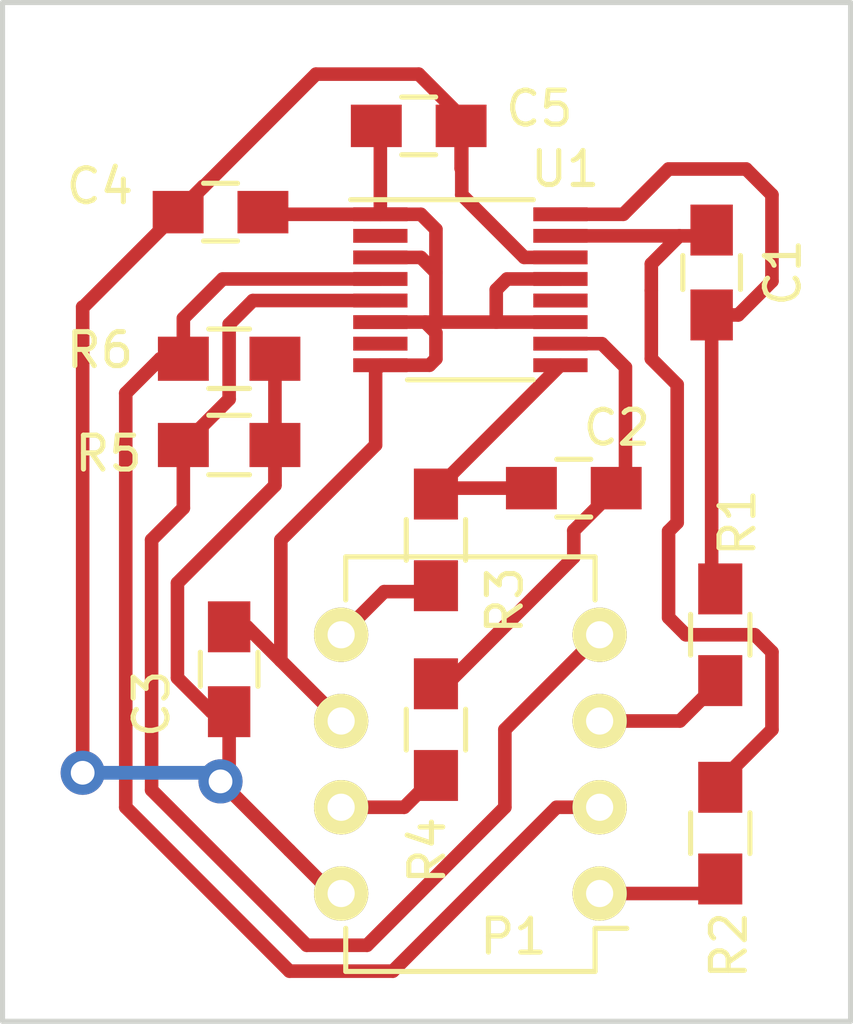
<source format=kicad_pcb>
(kicad_pcb (version 4) (host pcbnew 4.0.2+e4-6225~38~ubuntu16.04.1-stable)

  (general
    (links 31)
    (no_connects 0)
    (area 99.924999 99.924999 125.075001 130.933)
    (thickness 1.6)
    (drawings 4)
    (tracks 137)
    (zones 0)
    (modules 13)
    (nets 16)
  )

  (page A4)
  (layers
    (0 F.Cu signal)
    (31 B.Cu signal)
    (32 B.Adhes user)
    (33 F.Adhes user)
    (34 B.Paste user)
    (35 F.Paste user)
    (36 B.SilkS user)
    (37 F.SilkS user)
    (38 B.Mask user)
    (39 F.Mask user)
    (40 Dwgs.User user)
    (41 Cmts.User user)
    (42 Eco1.User user)
    (43 Eco2.User user)
    (44 Edge.Cuts user)
    (45 Margin user)
    (46 B.CrtYd user)
    (47 F.CrtYd user)
    (48 B.Fab user)
    (49 F.Fab user)
  )

  (setup
    (last_trace_width 0.4)
    (trace_clearance 0.2)
    (zone_clearance 0.508)
    (zone_45_only no)
    (trace_min 0.2)
    (segment_width 0.2)
    (edge_width 0.15)
    (via_size 1.3)
    (via_drill 0.7)
    (via_min_size 0.4)
    (via_min_drill 0.3)
    (uvia_size 0.3)
    (uvia_drill 0.1)
    (uvias_allowed no)
    (uvia_min_size 0.2)
    (uvia_min_drill 0.1)
    (pcb_text_width 0.3)
    (pcb_text_size 1.5 1.5)
    (mod_edge_width 0.15)
    (mod_text_size 1 1)
    (mod_text_width 0.15)
    (pad_size 1.524 1.524)
    (pad_drill 0.762)
    (pad_to_mask_clearance 0.2)
    (aux_axis_origin 0 0)
    (visible_elements FFFFFF7F)
    (pcbplotparams
      (layerselection 0x010f0_80000001)
      (usegerberextensions false)
      (excludeedgelayer true)
      (linewidth 0.100000)
      (plotframeref false)
      (viasonmask false)
      (mode 1)
      (useauxorigin false)
      (hpglpennumber 1)
      (hpglpenspeed 20)
      (hpglpendiameter 15)
      (hpglpenoverlay 2)
      (psnegative false)
      (psa4output false)
      (plotreference true)
      (plotvalue true)
      (plotinvisibletext false)
      (padsonsilk false)
      (subtractmaskfromsilk false)
      (outputformat 1)
      (mirror false)
      (drillshape 0)
      (scaleselection 1)
      (outputdirectory gerber/))
  )

  (net 0 "")
  (net 1 /in1-)
  (net 2 /in1+)
  (net 3 /in2-)
  (net 4 /in2+)
  (net 5 /+5v)
  (net 6 /gnd)
  (net 7 /vr1-)
  (net 8 /out1)
  (net 9 /vr1+)
  (net 10 /out2)
  (net 11 /vr2+)
  (net 12 /vr2-)
  (net 13 "Net-(U1-Pad2)")
  (net 14 "Net-(U1-Pad7)")
  (net 15 "Net-(U1-Pad12)")

  (net_class Default "This is the default net class."
    (clearance 0.2)
    (trace_width 0.4)
    (via_dia 1.3)
    (via_drill 0.7)
    (uvia_dia 0.3)
    (uvia_drill 0.1)
    (add_net /+5v)
    (add_net /gnd)
    (add_net /in1+)
    (add_net /in1-)
    (add_net /in2+)
    (add_net /in2-)
    (add_net /out1)
    (add_net /out2)
    (add_net /vr1+)
    (add_net /vr1-)
    (add_net /vr2+)
    (add_net /vr2-)
    (add_net "Net-(U1-Pad12)")
    (add_net "Net-(U1-Pad2)")
    (add_net "Net-(U1-Pad7)")
  )

  (module Housings_DIP:DIP-8_W7.62mm (layer F.Cu) (tedit 56925C95) (tstamp 569244F6)
    (at 117.602 126.238 180)
    (descr "8-lead dip package, row spacing 7.62 mm (300 mils)")
    (tags "dil dip 2.54 300")
    (path /56923C99)
    (fp_text reference P1 (at 2.54 -1.27 180) (layer F.SilkS)
      (effects (font (size 1 1) (thickness 0.15)))
    )
    (fp_text value dil8 (at 0 -3.72 180) (layer F.Fab) hide
      (effects (font (size 1 1) (thickness 0.15)))
    )
    (fp_line (start -1.05 -2.45) (end -1.05 10.1) (layer F.CrtYd) (width 0.05))
    (fp_line (start 8.65 -2.45) (end 8.65 10.1) (layer F.CrtYd) (width 0.05))
    (fp_line (start -1.05 -2.45) (end 8.65 -2.45) (layer F.CrtYd) (width 0.05))
    (fp_line (start -1.05 10.1) (end 8.65 10.1) (layer F.CrtYd) (width 0.05))
    (fp_line (start 0.135 -2.295) (end 0.135 -1.025) (layer F.SilkS) (width 0.15))
    (fp_line (start 7.485 -2.295) (end 7.485 -1.025) (layer F.SilkS) (width 0.15))
    (fp_line (start 7.485 9.915) (end 7.485 8.645) (layer F.SilkS) (width 0.15))
    (fp_line (start 0.135 9.915) (end 0.135 8.645) (layer F.SilkS) (width 0.15))
    (fp_line (start 0.135 -2.295) (end 7.485 -2.295) (layer F.SilkS) (width 0.15))
    (fp_line (start 0.135 9.915) (end 7.485 9.915) (layer F.SilkS) (width 0.15))
    (fp_line (start 0.135 -1.025) (end -0.8 -1.025) (layer F.SilkS) (width 0.15))
    (pad 1 thru_hole oval (at 0 0 180) (size 1.6 1.6) (drill 0.8) (layers *.Cu *.Mask F.SilkS)
      (net 7 /vr1-))
    (pad 2 thru_hole oval (at 0 2.54 180) (size 1.6 1.6) (drill 0.8) (layers *.Cu *.Mask F.SilkS)
      (net 8 /out1))
    (pad 3 thru_hole oval (at 0 5.08 180) (size 1.6 1.6) (drill 0.8) (layers *.Cu *.Mask F.SilkS)
      (net 9 /vr1+))
    (pad 4 thru_hole oval (at 0 7.62 180) (size 1.6 1.6) (drill 0.8) (layers *.Cu *.Mask F.SilkS)
      (net 10 /out2))
    (pad 5 thru_hole oval (at 7.62 7.62 180) (size 1.6 1.6) (drill 0.8) (layers *.Cu *.Mask F.SilkS)
      (net 11 /vr2+))
    (pad 6 thru_hole oval (at 7.62 5.08 180) (size 1.6 1.6) (drill 0.8) (layers *.Cu *.Mask F.SilkS)
      (net 6 /gnd))
    (pad 7 thru_hole oval (at 7.62 2.54 180) (size 1.6 1.6) (drill 0.8) (layers *.Cu *.Mask F.SilkS)
      (net 12 /vr2-))
    (pad 8 thru_hole oval (at 7.62 0 180) (size 1.6 1.6) (drill 0.8) (layers *.Cu *.Mask F.SilkS)
      (net 5 /+5v))
    (model Housings_DIP.3dshapes/DIP-8_W7.62mm.wrl
      (at (xyz 0 0 0))
      (scale (xyz 1 1 1))
      (rotate (xyz 0 0 0))
    )
  )

  (module Capacitors_SMD:C_0805_HandSoldering (layer F.Cu) (tedit 541A9B8D) (tstamp 569244AF)
    (at 120.904 107.95 270)
    (descr "Capacitor SMD 0805, hand soldering")
    (tags "capacitor 0805")
    (path /569244D3)
    (attr smd)
    (fp_text reference C1 (at 0 -2.1 270) (layer F.SilkS)
      (effects (font (size 1 1) (thickness 0.15)))
    )
    (fp_text value 1n (at 0 2.1 270) (layer F.Fab)
      (effects (font (size 1 1) (thickness 0.15)))
    )
    (fp_line (start -2.3 -1) (end 2.3 -1) (layer F.CrtYd) (width 0.05))
    (fp_line (start -2.3 1) (end 2.3 1) (layer F.CrtYd) (width 0.05))
    (fp_line (start -2.3 -1) (end -2.3 1) (layer F.CrtYd) (width 0.05))
    (fp_line (start 2.3 -1) (end 2.3 1) (layer F.CrtYd) (width 0.05))
    (fp_line (start 0.5 -0.85) (end -0.5 -0.85) (layer F.SilkS) (width 0.15))
    (fp_line (start -0.5 0.85) (end 0.5 0.85) (layer F.SilkS) (width 0.15))
    (pad 1 smd rect (at -1.25 0 270) (size 1.5 1.25) (layers F.Cu F.Paste F.Mask)
      (net 1 /in1-))
    (pad 2 smd rect (at 1.25 0 270) (size 1.5 1.25) (layers F.Cu F.Paste F.Mask)
      (net 2 /in1+))
    (model Capacitors_SMD.3dshapes/C_0805_HandSoldering.wrl
      (at (xyz 0 0 0))
      (scale (xyz 1 1 1))
      (rotate (xyz 0 0 0))
    )
  )

  (module Capacitors_SMD:C_0805_HandSoldering (layer F.Cu) (tedit 56925D47) (tstamp 569244BB)
    (at 116.84 114.3 180)
    (descr "Capacitor SMD 0805, hand soldering")
    (tags "capacitor 0805")
    (path /56924416)
    (attr smd)
    (fp_text reference C2 (at -1.27 1.778 180) (layer F.SilkS)
      (effects (font (size 1 1) (thickness 0.15)))
    )
    (fp_text value 1n (at -3.302 0.762 180) (layer F.Fab)
      (effects (font (size 1 1) (thickness 0.15)))
    )
    (fp_line (start -2.3 -1) (end 2.3 -1) (layer F.CrtYd) (width 0.05))
    (fp_line (start -2.3 1) (end 2.3 1) (layer F.CrtYd) (width 0.05))
    (fp_line (start -2.3 -1) (end -2.3 1) (layer F.CrtYd) (width 0.05))
    (fp_line (start 2.3 -1) (end 2.3 1) (layer F.CrtYd) (width 0.05))
    (fp_line (start 0.5 -0.85) (end -0.5 -0.85) (layer F.SilkS) (width 0.15))
    (fp_line (start -0.5 0.85) (end 0.5 0.85) (layer F.SilkS) (width 0.15))
    (pad 1 smd rect (at -1.25 0 180) (size 1.5 1.25) (layers F.Cu F.Paste F.Mask)
      (net 3 /in2-))
    (pad 2 smd rect (at 1.25 0 180) (size 1.5 1.25) (layers F.Cu F.Paste F.Mask)
      (net 4 /in2+))
    (model Capacitors_SMD.3dshapes/C_0805_HandSoldering.wrl
      (at (xyz 0 0 0))
      (scale (xyz 1 1 1))
      (rotate (xyz 0 0 0))
    )
  )

  (module Capacitors_SMD:C_0805_HandSoldering (layer F.Cu) (tedit 56925D2E) (tstamp 569244C7)
    (at 106.68 119.634 90)
    (descr "Capacitor SMD 0805, hand soldering")
    (tags "capacitor 0805")
    (path /56923E34)
    (attr smd)
    (fp_text reference C3 (at -1.016 -2.286 90) (layer F.SilkS)
      (effects (font (size 1 1) (thickness 0.15)))
    )
    (fp_text value 1u (at 1.778 -1.778 90) (layer F.Fab)
      (effects (font (size 1 1) (thickness 0.15)))
    )
    (fp_line (start -2.3 -1) (end 2.3 -1) (layer F.CrtYd) (width 0.05))
    (fp_line (start -2.3 1) (end 2.3 1) (layer F.CrtYd) (width 0.05))
    (fp_line (start -2.3 -1) (end -2.3 1) (layer F.CrtYd) (width 0.05))
    (fp_line (start 2.3 -1) (end 2.3 1) (layer F.CrtYd) (width 0.05))
    (fp_line (start 0.5 -0.85) (end -0.5 -0.85) (layer F.SilkS) (width 0.15))
    (fp_line (start -0.5 0.85) (end 0.5 0.85) (layer F.SilkS) (width 0.15))
    (pad 1 smd rect (at -1.25 0 90) (size 1.5 1.25) (layers F.Cu F.Paste F.Mask)
      (net 5 /+5v))
    (pad 2 smd rect (at 1.25 0 90) (size 1.5 1.25) (layers F.Cu F.Paste F.Mask)
      (net 6 /gnd))
    (model Capacitors_SMD.3dshapes/C_0805_HandSoldering.wrl
      (at (xyz 0 0 0))
      (scale (xyz 1 1 1))
      (rotate (xyz 0 0 0))
    )
  )

  (module Capacitors_SMD:C_0805_HandSoldering (layer F.Cu) (tedit 56925D04) (tstamp 569244D3)
    (at 106.426 106.172)
    (descr "Capacitor SMD 0805, hand soldering")
    (tags "capacitor 0805")
    (path /56923E71)
    (attr smd)
    (fp_text reference C4 (at -3.556 -0.762) (layer F.SilkS)
      (effects (font (size 1 1) (thickness 0.15)))
    )
    (fp_text value 0.1u (at 0.508 -1.778) (layer F.Fab)
      (effects (font (size 1 1) (thickness 0.15)))
    )
    (fp_line (start -2.3 -1) (end 2.3 -1) (layer F.CrtYd) (width 0.05))
    (fp_line (start -2.3 1) (end 2.3 1) (layer F.CrtYd) (width 0.05))
    (fp_line (start -2.3 -1) (end -2.3 1) (layer F.CrtYd) (width 0.05))
    (fp_line (start 2.3 -1) (end 2.3 1) (layer F.CrtYd) (width 0.05))
    (fp_line (start 0.5 -0.85) (end -0.5 -0.85) (layer F.SilkS) (width 0.15))
    (fp_line (start -0.5 0.85) (end 0.5 0.85) (layer F.SilkS) (width 0.15))
    (pad 1 smd rect (at -1.25 0) (size 1.5 1.25) (layers F.Cu F.Paste F.Mask)
      (net 5 /+5v))
    (pad 2 smd rect (at 1.25 0) (size 1.5 1.25) (layers F.Cu F.Paste F.Mask)
      (net 6 /gnd))
    (model Capacitors_SMD.3dshapes/C_0805_HandSoldering.wrl
      (at (xyz 0 0 0))
      (scale (xyz 1 1 1))
      (rotate (xyz 0 0 0))
    )
  )

  (module Capacitors_SMD:C_0805_HandSoldering (layer F.Cu) (tedit 56925CF1) (tstamp 569244DF)
    (at 112.268 103.632 180)
    (descr "Capacitor SMD 0805, hand soldering")
    (tags "capacitor 0805")
    (path /56923EA4)
    (attr smd)
    (fp_text reference C5 (at -3.556 0.508 180) (layer F.SilkS)
      (effects (font (size 1 1) (thickness 0.15)))
    )
    (fp_text value 10n (at 0 2.1 180) (layer F.Fab)
      (effects (font (size 1 1) (thickness 0.15)))
    )
    (fp_line (start -2.3 -1) (end 2.3 -1) (layer F.CrtYd) (width 0.05))
    (fp_line (start -2.3 1) (end 2.3 1) (layer F.CrtYd) (width 0.05))
    (fp_line (start -2.3 -1) (end -2.3 1) (layer F.CrtYd) (width 0.05))
    (fp_line (start 2.3 -1) (end 2.3 1) (layer F.CrtYd) (width 0.05))
    (fp_line (start 0.5 -0.85) (end -0.5 -0.85) (layer F.SilkS) (width 0.15))
    (fp_line (start -0.5 0.85) (end 0.5 0.85) (layer F.SilkS) (width 0.15))
    (pad 1 smd rect (at -1.25 0 180) (size 1.5 1.25) (layers F.Cu F.Paste F.Mask)
      (net 5 /+5v))
    (pad 2 smd rect (at 1.25 0 180) (size 1.5 1.25) (layers F.Cu F.Paste F.Mask)
      (net 6 /gnd))
    (model Capacitors_SMD.3dshapes/C_0805_HandSoldering.wrl
      (at (xyz 0 0 0))
      (scale (xyz 1 1 1))
      (rotate (xyz 0 0 0))
    )
  )

  (module Resistors_SMD:R_0805_HandSoldering (layer F.Cu) (tedit 56925CDD) (tstamp 56924502)
    (at 121.158 118.618 90)
    (descr "Resistor SMD 0805, hand soldering")
    (tags "resistor 0805")
    (path /5692426E)
    (attr smd)
    (fp_text reference R1 (at 3.302 0.508 90) (layer F.SilkS)
      (effects (font (size 1 1) (thickness 0.15)))
    )
    (fp_text value 10k (at 0 2.1 90) (layer F.Fab)
      (effects (font (size 1 1) (thickness 0.15)))
    )
    (fp_line (start -2.4 -1) (end 2.4 -1) (layer F.CrtYd) (width 0.05))
    (fp_line (start -2.4 1) (end 2.4 1) (layer F.CrtYd) (width 0.05))
    (fp_line (start -2.4 -1) (end -2.4 1) (layer F.CrtYd) (width 0.05))
    (fp_line (start 2.4 -1) (end 2.4 1) (layer F.CrtYd) (width 0.05))
    (fp_line (start 0.6 0.875) (end -0.6 0.875) (layer F.SilkS) (width 0.15))
    (fp_line (start -0.6 -0.875) (end 0.6 -0.875) (layer F.SilkS) (width 0.15))
    (pad 1 smd rect (at -1.35 0 90) (size 1.5 1.3) (layers F.Cu F.Paste F.Mask)
      (net 9 /vr1+))
    (pad 2 smd rect (at 1.35 0 90) (size 1.5 1.3) (layers F.Cu F.Paste F.Mask)
      (net 2 /in1+))
    (model Resistors_SMD.3dshapes/R_0805_HandSoldering.wrl
      (at (xyz 0 0 0))
      (scale (xyz 1 1 1))
      (rotate (xyz 0 0 0))
    )
  )

  (module Resistors_SMD:R_0805_HandSoldering (layer F.Cu) (tedit 56925CE0) (tstamp 5692450E)
    (at 121.158 124.46 90)
    (descr "Resistor SMD 0805, hand soldering")
    (tags "resistor 0805")
    (path /56924341)
    (attr smd)
    (fp_text reference R2 (at -3.302 0.254 90) (layer F.SilkS)
      (effects (font (size 1 1) (thickness 0.15)))
    )
    (fp_text value 10k (at 0 2.1 90) (layer F.Fab)
      (effects (font (size 1 1) (thickness 0.15)))
    )
    (fp_line (start -2.4 -1) (end 2.4 -1) (layer F.CrtYd) (width 0.05))
    (fp_line (start -2.4 1) (end 2.4 1) (layer F.CrtYd) (width 0.05))
    (fp_line (start -2.4 -1) (end -2.4 1) (layer F.CrtYd) (width 0.05))
    (fp_line (start 2.4 -1) (end 2.4 1) (layer F.CrtYd) (width 0.05))
    (fp_line (start 0.6 0.875) (end -0.6 0.875) (layer F.SilkS) (width 0.15))
    (fp_line (start -0.6 -0.875) (end 0.6 -0.875) (layer F.SilkS) (width 0.15))
    (pad 1 smd rect (at -1.35 0 90) (size 1.5 1.3) (layers F.Cu F.Paste F.Mask)
      (net 7 /vr1-))
    (pad 2 smd rect (at 1.35 0 90) (size 1.5 1.3) (layers F.Cu F.Paste F.Mask)
      (net 1 /in1-))
    (model Resistors_SMD.3dshapes/R_0805_HandSoldering.wrl
      (at (xyz 0 0 0))
      (scale (xyz 1 1 1))
      (rotate (xyz 0 0 0))
    )
  )

  (module Resistors_SMD:R_0805_HandSoldering (layer F.Cu) (tedit 56925D61) (tstamp 5692451A)
    (at 112.776 115.824 90)
    (descr "Resistor SMD 0805, hand soldering")
    (tags "resistor 0805")
    (path /569243AE)
    (attr smd)
    (fp_text reference R3 (at -1.778 2.032 90) (layer F.SilkS)
      (effects (font (size 1 1) (thickness 0.15)))
    )
    (fp_text value 10k (at 1.524 -1.778 90) (layer F.Fab)
      (effects (font (size 1 1) (thickness 0.15)))
    )
    (fp_line (start -2.4 -1) (end 2.4 -1) (layer F.CrtYd) (width 0.05))
    (fp_line (start -2.4 1) (end 2.4 1) (layer F.CrtYd) (width 0.05))
    (fp_line (start -2.4 -1) (end -2.4 1) (layer F.CrtYd) (width 0.05))
    (fp_line (start 2.4 -1) (end 2.4 1) (layer F.CrtYd) (width 0.05))
    (fp_line (start 0.6 0.875) (end -0.6 0.875) (layer F.SilkS) (width 0.15))
    (fp_line (start -0.6 -0.875) (end 0.6 -0.875) (layer F.SilkS) (width 0.15))
    (pad 1 smd rect (at -1.35 0 90) (size 1.5 1.3) (layers F.Cu F.Paste F.Mask)
      (net 11 /vr2+))
    (pad 2 smd rect (at 1.35 0 90) (size 1.5 1.3) (layers F.Cu F.Paste F.Mask)
      (net 4 /in2+))
    (model Resistors_SMD.3dshapes/R_0805_HandSoldering.wrl
      (at (xyz 0 0 0))
      (scale (xyz 1 1 1))
      (rotate (xyz 0 0 0))
    )
  )

  (module Resistors_SMD:R_0805_HandSoldering (layer F.Cu) (tedit 56925CC9) (tstamp 56924526)
    (at 112.776 121.412 90)
    (descr "Resistor SMD 0805, hand soldering")
    (tags "resistor 0805")
    (path /569243DF)
    (attr smd)
    (fp_text reference R4 (at -3.556 -0.254 90) (layer F.SilkS)
      (effects (font (size 1 1) (thickness 0.15)))
    )
    (fp_text value 10k (at 0 2.1 90) (layer F.Fab)
      (effects (font (size 1 1) (thickness 0.15)))
    )
    (fp_line (start -2.4 -1) (end 2.4 -1) (layer F.CrtYd) (width 0.05))
    (fp_line (start -2.4 1) (end 2.4 1) (layer F.CrtYd) (width 0.05))
    (fp_line (start -2.4 -1) (end -2.4 1) (layer F.CrtYd) (width 0.05))
    (fp_line (start 2.4 -1) (end 2.4 1) (layer F.CrtYd) (width 0.05))
    (fp_line (start 0.6 0.875) (end -0.6 0.875) (layer F.SilkS) (width 0.15))
    (fp_line (start -0.6 -0.875) (end 0.6 -0.875) (layer F.SilkS) (width 0.15))
    (pad 1 smd rect (at -1.35 0 90) (size 1.5 1.3) (layers F.Cu F.Paste F.Mask)
      (net 12 /vr2-))
    (pad 2 smd rect (at 1.35 0 90) (size 1.5 1.3) (layers F.Cu F.Paste F.Mask)
      (net 3 /in2-))
    (model Resistors_SMD.3dshapes/R_0805_HandSoldering.wrl
      (at (xyz 0 0 0))
      (scale (xyz 1 1 1))
      (rotate (xyz 0 0 0))
    )
  )

  (module Resistors_SMD:R_0805_HandSoldering (layer F.Cu) (tedit 56925D20) (tstamp 56924532)
    (at 106.68 113.03 180)
    (descr "Resistor SMD 0805, hand soldering")
    (tags "resistor 0805")
    (path /56923D7B)
    (attr smd)
    (fp_text reference R5 (at 3.556 -0.254 180) (layer F.SilkS)
      (effects (font (size 1 1) (thickness 0.15)))
    )
    (fp_text value 10k (at 0 -1.778 180) (layer F.Fab)
      (effects (font (size 1 1) (thickness 0.15)))
    )
    (fp_line (start -2.4 -1) (end 2.4 -1) (layer F.CrtYd) (width 0.05))
    (fp_line (start -2.4 1) (end 2.4 1) (layer F.CrtYd) (width 0.05))
    (fp_line (start -2.4 -1) (end -2.4 1) (layer F.CrtYd) (width 0.05))
    (fp_line (start 2.4 -1) (end 2.4 1) (layer F.CrtYd) (width 0.05))
    (fp_line (start 0.6 0.875) (end -0.6 0.875) (layer F.SilkS) (width 0.15))
    (fp_line (start -0.6 -0.875) (end 0.6 -0.875) (layer F.SilkS) (width 0.15))
    (pad 1 smd rect (at -1.35 0 180) (size 1.5 1.3) (layers F.Cu F.Paste F.Mask)
      (net 5 /+5v))
    (pad 2 smd rect (at 1.35 0 180) (size 1.5 1.3) (layers F.Cu F.Paste F.Mask)
      (net 10 /out2))
    (model Resistors_SMD.3dshapes/R_0805_HandSoldering.wrl
      (at (xyz 0 0 0))
      (scale (xyz 1 1 1))
      (rotate (xyz 0 0 0))
    )
  )

  (module Resistors_SMD:R_0805_HandSoldering (layer F.Cu) (tedit 56925D10) (tstamp 5692453E)
    (at 106.68 110.49 180)
    (descr "Resistor SMD 0805, hand soldering")
    (tags "resistor 0805")
    (path /56923D44)
    (attr smd)
    (fp_text reference R6 (at 3.81 0.254 180) (layer F.SilkS)
      (effects (font (size 1 1) (thickness 0.15)))
    )
    (fp_text value 10k (at 0 2.1 180) (layer F.Fab)
      (effects (font (size 1 1) (thickness 0.15)))
    )
    (fp_line (start -2.4 -1) (end 2.4 -1) (layer F.CrtYd) (width 0.05))
    (fp_line (start -2.4 1) (end 2.4 1) (layer F.CrtYd) (width 0.05))
    (fp_line (start -2.4 -1) (end -2.4 1) (layer F.CrtYd) (width 0.05))
    (fp_line (start 2.4 -1) (end 2.4 1) (layer F.CrtYd) (width 0.05))
    (fp_line (start 0.6 0.875) (end -0.6 0.875) (layer F.SilkS) (width 0.15))
    (fp_line (start -0.6 -0.875) (end 0.6 -0.875) (layer F.SilkS) (width 0.15))
    (pad 1 smd rect (at -1.35 0 180) (size 1.5 1.3) (layers F.Cu F.Paste F.Mask)
      (net 5 /+5v))
    (pad 2 smd rect (at 1.35 0 180) (size 1.5 1.3) (layers F.Cu F.Paste F.Mask)
      (net 8 /out1))
    (model Resistors_SMD.3dshapes/R_0805_HandSoldering.wrl
      (at (xyz 0 0 0))
      (scale (xyz 1 1 1))
      (rotate (xyz 0 0 0))
    )
  )

  (module Housings_SSOP:QSOP-16_3.9x4.9mm_Pitch0.635mm (layer F.Cu) (tedit 56925CF4) (tstamp 56924558)
    (at 113.792 108.458)
    (descr "16-Lead Plastic Shrink Small Outline Narrow Body (QR)-.150\" Body [QSOP] (see Microchip Packaging Specification 00000049BS.pdf)")
    (tags "SSOP 0.635")
    (path /56923B6E)
    (attr smd)
    (fp_text reference U1 (at 2.794 -3.556) (layer F.SilkS)
      (effects (font (size 1 1) (thickness 0.15)))
    )
    (fp_text value MAX9926 (at 0 3.5) (layer F.Fab)
      (effects (font (size 1 1) (thickness 0.15)))
    )
    (fp_line (start -3.7 -2.75) (end -3.7 2.75) (layer F.CrtYd) (width 0.05))
    (fp_line (start 3.7 -2.75) (end 3.7 2.75) (layer F.CrtYd) (width 0.05))
    (fp_line (start -3.7 -2.75) (end 3.7 -2.75) (layer F.CrtYd) (width 0.05))
    (fp_line (start -3.7 2.75) (end 3.7 2.75) (layer F.CrtYd) (width 0.05))
    (fp_line (start -1.8543 2.6525) (end 1.8543 2.6525) (layer F.SilkS) (width 0.15))
    (fp_line (start -3.5293 -2.6525) (end 1.8543 -2.6525) (layer F.SilkS) (width 0.15))
    (pad 1 smd rect (at -2.6543 -2.2225) (size 1.6 0.41) (layers F.Cu F.Paste F.Mask)
      (net 6 /gnd))
    (pad 2 smd rect (at -2.6543 -1.5875) (size 1.6 0.41) (layers F.Cu F.Paste F.Mask)
      (net 13 "Net-(U1-Pad2)"))
    (pad 3 smd rect (at -2.6543 -0.9525) (size 1.6 0.41) (layers F.Cu F.Paste F.Mask)
      (net 6 /gnd))
    (pad 4 smd rect (at -2.6543 -0.3175) (size 1.6 0.41) (layers F.Cu F.Paste F.Mask)
      (net 8 /out1))
    (pad 5 smd rect (at -2.6543 0.3175) (size 1.6 0.41) (layers F.Cu F.Paste F.Mask)
      (net 10 /out2))
    (pad 6 smd rect (at -2.6543 0.9525) (size 1.6 0.41) (layers F.Cu F.Paste F.Mask)
      (net 6 /gnd))
    (pad 7 smd rect (at -2.6543 1.5875) (size 1.6 0.41) (layers F.Cu F.Paste F.Mask)
      (net 14 "Net-(U1-Pad7)"))
    (pad 8 smd rect (at -2.6543 2.2225) (size 1.6 0.41) (layers F.Cu F.Paste F.Mask)
      (net 6 /gnd))
    (pad 9 smd rect (at 2.6543 2.2225) (size 1.6 0.41) (layers F.Cu F.Paste F.Mask)
      (net 4 /in2+))
    (pad 10 smd rect (at 2.6543 1.5875) (size 1.6 0.41) (layers F.Cu F.Paste F.Mask)
      (net 3 /in2-))
    (pad 11 smd rect (at 2.6543 0.9525) (size 1.6 0.41) (layers F.Cu F.Paste F.Mask)
      (net 6 /gnd))
    (pad 12 smd rect (at 2.6543 0.3175) (size 1.6 0.41) (layers F.Cu F.Paste F.Mask)
      (net 15 "Net-(U1-Pad12)"))
    (pad 13 smd rect (at 2.6543 -0.3175) (size 1.6 0.41) (layers F.Cu F.Paste F.Mask)
      (net 6 /gnd))
    (pad 14 smd rect (at 2.6543 -0.9525) (size 1.6 0.41) (layers F.Cu F.Paste F.Mask)
      (net 5 /+5v))
    (pad 15 smd rect (at 2.6543 -1.5875) (size 1.6 0.41) (layers F.Cu F.Paste F.Mask)
      (net 1 /in1-))
    (pad 16 smd rect (at 2.6543 -2.2225) (size 1.6 0.41) (layers F.Cu F.Paste F.Mask)
      (net 2 /in1+))
    (model Housings_SSOP.3dshapes/QSOP-16_3.9x4.9mm_Pitch0.635mm.wrl
      (at (xyz 0 0 0))
      (scale (xyz 1 1 1))
      (rotate (xyz 0 0 0))
    )
  )

  (gr_line (start 125 130) (end 125 100) (angle 90) (layer Edge.Cuts) (width 0.15))
  (gr_line (start 100 130) (end 125 130) (angle 90) (layer Edge.Cuts) (width 0.15))
  (gr_line (start 100 100) (end 100 130) (angle 90) (layer Edge.Cuts) (width 0.15))
  (gr_line (start 100 100) (end 125 100) (angle 90) (layer Edge.Cuts) (width 0.15))

  (segment (start 119.126 108.478) (end 119.126 107.696) (width 0.4) (layer F.Cu) (net 1))
  (segment (start 119.126 107.696) (end 119.9515 106.8705) (width 0.4) (layer F.Cu) (net 1) (tstamp 56925DC8))
  (segment (start 121.158 123.11) (end 121.158 122.936) (width 0.4) (layer F.Cu) (net 1))
  (segment (start 121.158 122.936) (end 122.682 121.412) (width 0.4) (layer F.Cu) (net 1) (tstamp 569250E7))
  (segment (start 122.682 121.412) (end 122.682 119.126) (width 0.4) (layer F.Cu) (net 1) (tstamp 569250E9))
  (segment (start 122.682 119.126) (end 122.174 118.618) (width 0.4) (layer F.Cu) (net 1) (tstamp 569250EA))
  (segment (start 122.174 118.618) (end 120.142 118.618) (width 0.4) (layer F.Cu) (net 1) (tstamp 569250EC))
  (segment (start 120.142 118.618) (end 119.634 118.11) (width 0.4) (layer F.Cu) (net 1) (tstamp 569250F0))
  (segment (start 119.634 118.11) (end 119.634 115.57) (width 0.4) (layer F.Cu) (net 1) (tstamp 569250F2))
  (segment (start 119.634 115.57) (end 119.888 115.316) (width 0.4) (layer F.Cu) (net 1) (tstamp 569250F7))
  (segment (start 119.888 115.316) (end 119.888 111.252) (width 0.4) (layer F.Cu) (net 1) (tstamp 569250FC))
  (segment (start 119.888 111.252) (end 119.126 110.49) (width 0.4) (layer F.Cu) (net 1) (tstamp 569250FD))
  (segment (start 119.126 110.49) (end 119.126 108.478) (width 0.4) (layer F.Cu) (net 1) (tstamp 569250FF))
  (segment (start 116.4463 106.8705) (end 119.9515 106.8705) (width 0.4) (layer F.Cu) (net 1))
  (segment (start 119.9515 106.8705) (end 120.7335 106.8705) (width 0.4) (layer F.Cu) (net 1) (tstamp 56925DCF))
  (segment (start 120.7335 106.8705) (end 120.904 106.7) (width 0.4) (layer F.Cu) (net 1) (tstamp 56925059))
  (segment (start 120.904 109.2) (end 120.904 117.014) (width 0.4) (layer F.Cu) (net 2))
  (segment (start 120.904 117.014) (end 121.158 117.268) (width 0.4) (layer F.Cu) (net 2) (tstamp 56925072))
  (segment (start 116.4463 106.2355) (end 118.3005 106.2355) (width 0.4) (layer F.Cu) (net 2))
  (segment (start 121.686 109.2) (end 120.904 109.2) (width 0.4) (layer F.Cu) (net 2) (tstamp 5692506E))
  (segment (start 122.682 108.204) (end 121.686 109.2) (width 0.4) (layer F.Cu) (net 2) (tstamp 5692506D))
  (segment (start 122.682 105.664) (end 122.682 108.204) (width 0.4) (layer F.Cu) (net 2) (tstamp 5692506A))
  (segment (start 121.92 104.902) (end 122.682 105.664) (width 0.4) (layer F.Cu) (net 2) (tstamp 56925068))
  (segment (start 119.634 104.902) (end 121.92 104.902) (width 0.4) (layer F.Cu) (net 2) (tstamp 56925063))
  (segment (start 118.3005 106.2355) (end 119.634 104.902) (width 0.4) (layer F.Cu) (net 2) (tstamp 5692505F))
  (segment (start 112.776 120.062) (end 113.11 120.062) (width 0.4) (layer F.Cu) (net 3))
  (segment (start 113.11 120.062) (end 116.84 116.332) (width 0.4) (layer F.Cu) (net 3) (tstamp 56924FD2))
  (segment (start 116.84 115.55) (end 118.364 114.026) (width 0.4) (layer F.Cu) (net 3) (tstamp 56924FD8))
  (segment (start 116.84 116.332) (end 116.84 115.55) (width 0.4) (layer F.Cu) (net 3) (tstamp 56924FD6))
  (segment (start 118.364 114.026) (end 118.364 110.744) (width 0.4) (layer F.Cu) (net 3) (tstamp 56924FDE))
  (segment (start 118.364 110.744) (end 117.6655 110.0455) (width 0.4) (layer F.Cu) (net 3) (tstamp 56924FE0))
  (segment (start 117.6655 110.0455) (end 116.4463 110.0455) (width 0.4) (layer F.Cu) (net 3) (tstamp 56924FE3))
  (segment (start 112.776 120.062) (end 112.856 120.062) (width 0.4) (layer F.Cu) (net 3))
  (segment (start 115.59 114.3) (end 112.95 114.3) (width 0.4) (layer F.Cu) (net 4))
  (segment (start 112.95 114.3) (end 112.776 114.474) (width 0.4) (layer F.Cu) (net 4) (tstamp 56924FE8))
  (segment (start 112.776 114.474) (end 112.776 114.3508) (width 0.4) (layer F.Cu) (net 4))
  (segment (start 112.776 114.3508) (end 116.4463 110.6805) (width 0.4) (layer F.Cu) (net 4) (tstamp 56924E09))
  (via (at 106.426 122.936) (size 1.3) (drill 0.7) (layers F.Cu B.Cu) (net 5))
  (segment (start 106.426 122.936) (end 106.172 122.682) (width 0.4) (layer B.Cu) (net 5) (tstamp 569261E7))
  (segment (start 106.172 122.682) (end 102.362 122.682) (width 0.4) (layer B.Cu) (net 5) (tstamp 569261E8))
  (via (at 102.362 122.682) (size 1.3) (drill 0.7) (layers F.Cu B.Cu) (net 5))
  (segment (start 102.362 122.682) (end 102.362 122.936) (width 0.4) (layer F.Cu) (net 5) (tstamp 569261F0))
  (segment (start 113.518 103.632) (end 113.518 104.882) (width 0.4) (layer F.Cu) (net 5))
  (segment (start 113.518 104.882) (end 113.538 104.902) (width 0.4) (layer F.Cu) (net 5) (tstamp 56925DB7))
  (segment (start 105.176 106.172) (end 105.176 106.152) (width 0.4) (layer F.Cu) (net 5))
  (segment (start 105.176 106.152) (end 105.918 105.41) (width 0.4) (layer F.Cu) (net 5) (tstamp 56925DB1))
  (segment (start 105.918 105.41) (end 105.918 105.43) (width 0.4) (layer F.Cu) (net 5) (tstamp 56925DB3))
  (segment (start 108.03 113.03) (end 108.03 114.22) (width 0.4) (layer F.Cu) (net 5))
  (segment (start 113.538 103.652) (end 113.538 104.902) (width 0.4) (layer F.Cu) (net 5))
  (segment (start 113.538 104.902) (end 113.538 105.664) (width 0.4) (layer F.Cu) (net 5) (tstamp 56925DBA))
  (segment (start 115.3795 107.5055) (end 116.4463 107.5055) (width 0.4) (layer F.Cu) (net 5) (tstamp 5692529D))
  (segment (start 113.538 105.664) (end 115.3795 107.5055) (width 0.4) (layer F.Cu) (net 5) (tstamp 5692529A))
  (segment (start 113.538 103.652) (end 113.518 103.632) (width 0.4) (layer F.Cu) (net 5) (tstamp 56925AD4))
  (segment (start 102.362 108.966) (end 102.382 108.966) (width 0.4) (layer F.Cu) (net 5))
  (segment (start 102.362 122.682) (end 102.362 108.966) (width 0.4) (layer F.Cu) (net 5) (tstamp 569259B7))
  (segment (start 106.172 122.682) (end 102.362 122.682) (width 0.4) (layer B.Cu) (net 5) (tstamp 569259AF))
  (segment (start 102.382 108.966) (end 105.918 105.43) (width 0.4) (layer F.Cu) (net 5) (tstamp 56925ACC))
  (segment (start 105.918 105.43) (end 107.696 103.652) (width 0.4) (layer F.Cu) (net 5) (tstamp 56925DB4))
  (segment (start 113.518 103.632) (end 113.518 103.358) (width 0.4) (layer F.Cu) (net 5))
  (segment (start 113.518 103.358) (end 112.268 102.108) (width 0.4) (layer F.Cu) (net 5) (tstamp 56925AA6))
  (segment (start 109.24 102.108) (end 107.696 103.652) (width 0.4) (layer F.Cu) (net 5) (tstamp 56925AAF))
  (segment (start 112.268 102.108) (end 109.24 102.108) (width 0.4) (layer F.Cu) (net 5) (tstamp 56925AAB))
  (segment (start 106.68 120.884) (end 106.68 122.682) (width 0.4) (layer F.Cu) (net 5))
  (segment (start 106.68 122.682) (end 106.426 122.936) (width 0.4) (layer F.Cu) (net 5) (tstamp 569259D4))
  (segment (start 108.458 124.968) (end 106.426 122.936) (width 0.4) (layer F.Cu) (net 5))
  (segment (start 106.68 120.884) (end 106.152 120.884) (width 0.4) (layer F.Cu) (net 5))
  (segment (start 106.152 120.884) (end 105.156 119.888) (width 0.4) (layer F.Cu) (net 5) (tstamp 56925930))
  (segment (start 108.03 114.22) (end 108.03 110.49) (width 0.4) (layer F.Cu) (net 5) (tstamp 56925937))
  (segment (start 105.156 117.094) (end 108.03 114.22) (width 0.4) (layer F.Cu) (net 5) (tstamp 56925933))
  (segment (start 105.156 119.888) (end 105.156 117.094) (width 0.4) (layer F.Cu) (net 5) (tstamp 56925932))
  (segment (start 106.68 120.884) (end 106.68 121.412) (width 0.4) (layer F.Cu) (net 5))
  (segment (start 108.458 124.968) (end 109.728 126.238) (width 0.4) (layer F.Cu) (net 5) (tstamp 56925430))
  (segment (start 109.728 126.238) (end 109.982 126.238) (width 0.4) (layer F.Cu) (net 5) (tstamp 56925432))
  (segment (start 111.1377 106.2355) (end 107.7795 106.2355) (width 0.4) (layer F.Cu) (net 6))
  (segment (start 107.7795 106.2355) (end 107.696 106.152) (width 0.4) (layer F.Cu) (net 6) (tstamp 56925ADD))
  (segment (start 111.1377 106.2355) (end 111.1377 103.7517) (width 0.4) (layer F.Cu) (net 6))
  (segment (start 111.1377 103.7517) (end 111.018 103.632) (width 0.4) (layer F.Cu) (net 6) (tstamp 56925AD9))
  (segment (start 108.204 119.38) (end 108.204 119.38) (width 0.4) (layer F.Cu) (net 6))
  (segment (start 107.208 118.384) (end 106.68 118.384) (width 0.4) (layer F.Cu) (net 6) (tstamp 56925426))
  (segment (start 108.204 119.38) (end 107.208 118.384) (width 0.4) (layer F.Cu) (net 6) (tstamp 5692541E))
  (segment (start 111.1377 106.2355) (end 112.3315 106.2355) (width 0.4) (layer F.Cu) (net 6))
  (segment (start 112.776 106.68) (end 112.776 107.95) (width 0.4) (layer F.Cu) (net 6) (tstamp 5692519F))
  (segment (start 112.3315 106.2355) (end 112.776 106.68) (width 0.4) (layer F.Cu) (net 6) (tstamp 5692519E))
  (segment (start 111.1377 107.5055) (end 112.3315 107.5055) (width 0.4) (layer F.Cu) (net 6))
  (segment (start 112.776 107.95) (end 112.776 109.4105) (width 0.4) (layer F.Cu) (net 6) (tstamp 56925198))
  (segment (start 112.3315 107.5055) (end 112.776 107.95) (width 0.4) (layer F.Cu) (net 6) (tstamp 56925191))
  (segment (start 116.4463 108.1405) (end 114.8715 108.1405) (width 0.4) (layer F.Cu) (net 6))
  (segment (start 114.554 108.458) (end 114.554 109.4105) (width 0.4) (layer F.Cu) (net 6) (tstamp 56925144))
  (segment (start 114.8715 108.1405) (end 114.554 108.458) (width 0.4) (layer F.Cu) (net 6) (tstamp 56925142))
  (segment (start 116.4463 109.4105) (end 114.554 109.4105) (width 0.4) (layer F.Cu) (net 6))
  (segment (start 114.554 109.4105) (end 112.776 109.4105) (width 0.4) (layer F.Cu) (net 6) (tstamp 56925148))
  (segment (start 112.776 109.4105) (end 112.4585 109.4105) (width 0.4) (layer F.Cu) (net 6) (tstamp 5692519C))
  (segment (start 111.1377 110.6805) (end 112.5855 110.6805) (width 0.4) (layer F.Cu) (net 6))
  (segment (start 112.4585 109.4105) (end 111.1377 109.4105) (width 0.4) (layer F.Cu) (net 6) (tstamp 56925136))
  (segment (start 112.776 109.728) (end 112.4585 109.4105) (width 0.4) (layer F.Cu) (net 6) (tstamp 56925134))
  (segment (start 112.776 110.49) (end 112.776 109.728) (width 0.4) (layer F.Cu) (net 6) (tstamp 56925132))
  (segment (start 112.5855 110.6805) (end 112.776 110.49) (width 0.4) (layer F.Cu) (net 6) (tstamp 56925130))
  (segment (start 109.982 121.158) (end 108.204 119.38) (width 0.4) (layer F.Cu) (net 6))
  (segment (start 110.998 113.03) (end 110.998 110.8202) (width 0.4) (layer F.Cu) (net 6) (tstamp 56925126))
  (segment (start 108.204 115.824) (end 110.998 113.03) (width 0.4) (layer F.Cu) (net 6) (tstamp 56925122))
  (segment (start 108.204 119.38) (end 108.204 115.824) (width 0.4) (layer F.Cu) (net 6) (tstamp 5692511E))
  (segment (start 110.998 110.8202) (end 111.1377 110.6805) (width 0.4) (layer F.Cu) (net 6) (tstamp 5692512B))
  (segment (start 117.602 126.238) (end 120.73 126.238) (width 0.4) (layer F.Cu) (net 7))
  (segment (start 120.73 126.238) (end 121.158 125.81) (width 0.4) (layer F.Cu) (net 7) (tstamp 56924E4E))
  (segment (start 105.33 110.49) (end 104.648 110.49) (width 0.4) (layer F.Cu) (net 8))
  (segment (start 104.648 110.49) (end 103.632 111.506) (width 0.4) (layer F.Cu) (net 8) (tstamp 5692596B))
  (segment (start 116.332 123.698) (end 117.602 123.698) (width 0.4) (layer F.Cu) (net 8) (tstamp 5692597D))
  (segment (start 111.506 128.524) (end 116.332 123.698) (width 0.4) (layer F.Cu) (net 8) (tstamp 5692597B))
  (segment (start 108.458 128.524) (end 111.506 128.524) (width 0.4) (layer F.Cu) (net 8) (tstamp 56925979))
  (segment (start 103.632 123.698) (end 108.458 128.524) (width 0.4) (layer F.Cu) (net 8) (tstamp 56925974))
  (segment (start 103.632 111.506) (end 103.632 123.698) (width 0.4) (layer F.Cu) (net 8) (tstamp 5692596D))
  (segment (start 111.1377 108.1405) (end 106.4895 108.1405) (width 0.4) (layer F.Cu) (net 8))
  (segment (start 105.33 109.3) (end 105.33 110.49) (width 0.4) (layer F.Cu) (net 8) (tstamp 5692591B))
  (segment (start 106.4895 108.1405) (end 105.33 109.3) (width 0.4) (layer F.Cu) (net 8) (tstamp 5692591A))
  (segment (start 117.602 123.698) (end 117.094 123.698) (width 0.4) (layer F.Cu) (net 8))
  (segment (start 117.602 123.698) (end 117.174 123.698) (width 0.4) (layer F.Cu) (net 8))
  (segment (start 117.602 123.698) (end 117.348 123.698) (width 0.4) (layer F.Cu) (net 8))
  (segment (start 117.602 121.158) (end 119.968 121.158) (width 0.4) (layer F.Cu) (net 9))
  (segment (start 119.968 121.158) (end 121.158 119.968) (width 0.4) (layer F.Cu) (net 9) (tstamp 56924E52))
  (segment (start 105.33 113.03) (end 105.33 114.888) (width 0.4) (layer F.Cu) (net 10))
  (segment (start 114.808 121.412) (end 117.602 118.618) (width 0.4) (layer F.Cu) (net 10) (tstamp 5692595F))
  (segment (start 114.808 123.698) (end 114.808 121.412) (width 0.4) (layer F.Cu) (net 10) (tstamp 5692595A))
  (segment (start 110.744 127.762) (end 114.808 123.698) (width 0.4) (layer F.Cu) (net 10) (tstamp 56925959))
  (segment (start 108.966 127.762) (end 110.744 127.762) (width 0.4) (layer F.Cu) (net 10) (tstamp 56925955))
  (segment (start 104.394 123.19) (end 108.966 127.762) (width 0.4) (layer F.Cu) (net 10) (tstamp 5692594E))
  (segment (start 104.394 115.824) (end 104.394 123.19) (width 0.4) (layer F.Cu) (net 10) (tstamp 56925945))
  (segment (start 105.33 114.888) (end 104.394 115.824) (width 0.4) (layer F.Cu) (net 10) (tstamp 56925942))
  (segment (start 111.1377 108.7755) (end 107.3785 108.7755) (width 0.4) (layer F.Cu) (net 10))
  (segment (start 106.68 111.68) (end 105.33 113.03) (width 0.4) (layer F.Cu) (net 10) (tstamp 56925917))
  (segment (start 106.68 109.474) (end 106.68 111.68) (width 0.4) (layer F.Cu) (net 10) (tstamp 56925916))
  (segment (start 107.3785 108.7755) (end 106.68 109.474) (width 0.4) (layer F.Cu) (net 10) (tstamp 56925915))
  (segment (start 117.602 118.618) (end 117.348 118.618) (width 0.4) (layer F.Cu) (net 10))
  (segment (start 109.982 118.618) (end 111.252 117.348) (width 0.4) (layer F.Cu) (net 11))
  (segment (start 111.252 117.348) (end 112.602 117.348) (width 0.4) (layer F.Cu) (net 11) (tstamp 56924DFD))
  (segment (start 112.602 117.348) (end 112.776 117.174) (width 0.4) (layer F.Cu) (net 11) (tstamp 56924DFE))
  (segment (start 109.982 123.698) (end 111.84 123.698) (width 0.4) (layer F.Cu) (net 12))
  (segment (start 111.84 123.698) (end 112.776 122.762) (width 0.4) (layer F.Cu) (net 12) (tstamp 56924E03))

)

</source>
